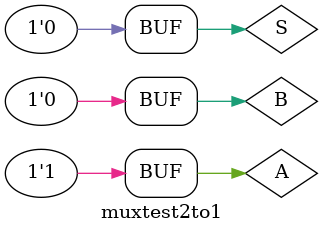
<source format=sv>
module muxtest2to1;
  reg A; reg B; reg S; wire Y;
  mux2to1 M21(.in1(A), .in2(B), .sel(S), .out(Y));
  
  initial
    begin
      $dumpfile("muxtest2to1.vcd");
      $dumpvars(0,muxtest2to1);
      $monitor($time, " A=%b, B=%b, S=%b, Y=%b", A,B,S,Y);
      #5 A=1'b0;B=1'b1;S=1'b0;
      #5 A=1'b1;B=1'b0;S=1'b1;
      #5 A=1'b1;B=1'b0;S=1'b0;
    end
endmodule

</source>
